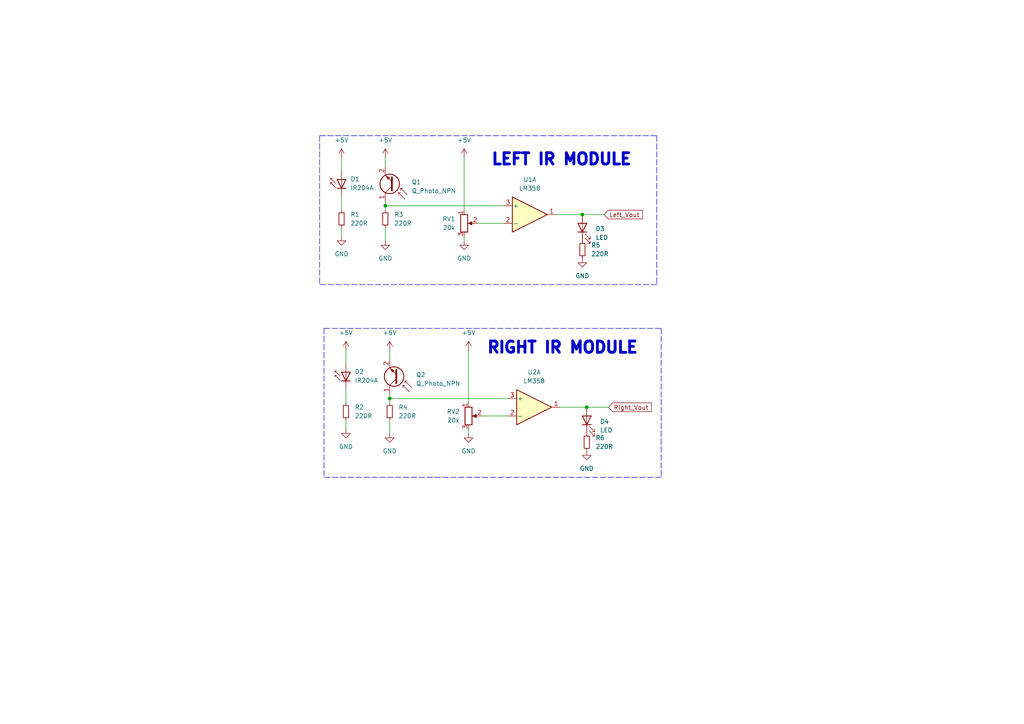
<source format=kicad_sch>
(kicad_sch (version 20211123) (generator eeschema)
  (paper "A4")
  (lib_symbols
    (symbol "Amplifier_Operational:LM358" (pin_names (offset 0.127))
      (property "Reference" "U" (at 0 5.08 0))
      (property "Value" "LM358" (at 0 -5.08 0))
      (symbol "LM358_1_1"
        (polyline (pts (xy -5.08 5.08) (xy 5.08 0) (xy -5.08 -5.08) (xy -5.08 5.08)) (stroke (width 0.254)) (fill (type background)))
        (pin output line (at 7.62 0 180) (length 2.54) (name "~") (number "1"))
        (pin input line (at -7.62 -2.54 0) (length 2.54) (name "-") (number "2"))
        (pin input line (at -7.62 2.54 0) (length 2.54) (name "+") (number "3"))
      )
      (symbol "LM358_2_1"
        (polyline (pts (xy -5.08 5.08) (xy 5.08 0) (xy -5.08 -5.08) (xy -5.08 5.08)) (stroke (width 0.254)) (fill (type background)))
        (pin input line (at -7.62 2.54 0) (length 2.54) (name "+") (number "5"))
        (pin input line (at -7.62 -2.54 0) (length 2.54) (name "-") (number "6"))
        (pin output line (at 7.62 0 180) (length 2.54) (name "~") (number "7"))
      )
      (symbol "LM358_3_1"
        (pin power_in line (at -2.54 -7.62 90) (length 3.81) (name "V-") (number "4"))
        (pin power_in line (at -2.54 7.62 270) (length 3.81) (name "V+") (number "8"))
      )
    )
    (symbol "Device:LED" (pin_numbers hide) (pin_names (offset 1.016) hide)
      (property "Reference" "D" (at 0 2.54 0))
      (property "Value" "LED" (at 0 -2.54 0))
      (symbol "LED_0_1"
        (polyline (pts (xy -1.27 -1.27) (xy -1.27 1.27)) (stroke (width 0.254)))
        (polyline (pts (xy -1.27 0) (xy 1.27 0)))
        (polyline (pts (xy 1.27 -1.27) (xy 1.27 1.27) (xy -1.27 0) (xy 1.27 -1.27)) (stroke (width 0.254)))
        (polyline (pts (xy -3.048 -0.762) (xy -4.572 -2.286) (xy -3.81 -2.286) (xy -4.572 -2.286) (xy -4.572 -1.524)))
        (polyline (pts (xy -1.778 -0.762) (xy -3.302 -2.286) (xy -2.54 -2.286) (xy -3.302 -2.286) (xy -3.302 -1.524)))
      )
      (symbol "LED_1_1"
        (pin passive line (at -3.81 0 0) (length 2.54) (name "K") (number "1"))
        (pin passive line (at 3.81 0 180) (length 2.54) (name "A") (number "2"))
      )
    )
    (symbol "Device:Q_Photo_NPN" (pin_names (offset 0) hide)
      (property "Reference" "Q" (at 5.08 1.27 0))
      (property "Value" "Q_Photo_NPN" (at 5.08 -1.27 0))
      (symbol "Q_Photo_NPN_0_1"
        (polyline (pts (xy -1.905 1.27) (xy -2.54 1.27)))
        (polyline (pts (xy -1.27 2.54) (xy -1.905 2.54)))
        (polyline (pts (xy 0.635 0.635) (xy 2.54 2.54)))
        (polyline (pts (xy -3.81 3.175) (xy -1.905 1.27) (xy -1.905 1.905)))
        (polyline (pts (xy -3.175 4.445) (xy -1.27 2.54) (xy -1.27 3.175)))
        (polyline (pts (xy 0.635 -0.635) (xy 2.54 -2.54) (xy 2.54 -2.54)))
        (polyline (pts (xy 0.635 1.905) (xy 0.635 -1.905) (xy 0.635 -1.905)) (stroke (width 0.508)))
        (polyline (pts (xy 1.27 -1.778) (xy 1.778 -1.27) (xy 2.286 -2.286) (xy 1.27 -1.778) (xy 1.27 -1.778)) (fill (type outline)))
        (circle (center 1.27 0) (radius 2.8194) (stroke (width 0.254)))
      )
      (symbol "Q_Photo_NPN_1_1"
        (pin passive line (at 2.54 5.08 270) (length 2.54) (name "C") (number "1"))
        (pin passive line (at 2.54 -5.08 90) (length 2.54) (name "E") (number "2"))
      )
    )
    (symbol "Device:R_Potentiometer" (pin_names (offset 1.016) hide)
      (property "Reference" "RV" (at -4.445 0 90))
      (property "Value" "R_Potentiometer" (at -2.54 0 90))
      (symbol "R_Potentiometer_0_1"
        (polyline (pts (xy 2.54 0) (xy 1.524 0)))
        (polyline (pts (xy 1.143 0) (xy 2.286 0.508) (xy 2.286 -0.508) (xy 1.143 0)) (fill (type outline)))
        (rectangle (start 1.016 2.54) (end -1.016 -2.54) (stroke (width 0.254)))
      )
      (symbol "R_Potentiometer_1_1"
        (pin passive line (at 0 3.81 270) (length 1.27) (name "1") (number "1"))
        (pin passive line (at 3.81 0 180) (length 1.27) (name "2") (number "2"))
        (pin passive line (at 0 -3.81 90) (length 1.27) (name "3") (number "3"))
      )
    )
    (symbol "Device:R_Small" (pin_numbers hide) (pin_names (offset 0.254) hide)
      (property "Reference" "R" (at 0.762 0.508 0))
      (property "Value" "R_Small" (at 0.762 -1.016 0))
      (symbol "R_Small_0_1"
        (rectangle (start -0.762 1.778) (end 0.762 -1.778) (stroke (width 0.2032)))
      )
      (symbol "R_Small_1_1"
        (pin passive line (at 0 2.54 270) (length 0.762) (name "~") (number "1"))
        (pin passive line (at 0 -2.54 90) (length 0.762) (name "~") (number "2"))
      )
    )
    (symbol "LED:IR204A" (pin_numbers hide) (pin_names (offset 1.016) hide)
      (property "Reference" "D" (at 0.508 1.778 0))
      (property "Value" "IR204A" (at -1.016 -2.794 0))
      (symbol "IR204A_0_1"
        (polyline (pts (xy -2.54 1.27) (xy -2.54 -1.27)) (stroke (width 0.254)))
        (polyline (pts (xy 0 0) (xy -2.54 0)))
        (polyline (pts (xy 0.381 3.175) (xy -0.127 3.175)))
        (polyline (pts (xy -1.143 1.651) (xy 0.381 3.175) (xy 0.381 2.667)))
        (polyline (pts (xy 0 1.27) (xy -2.54 0) (xy 0 -1.27) (xy 0 1.27)) (stroke (width 0.254)))
        (polyline (pts (xy -2.413 1.651) (xy -0.889 3.175) (xy -0.889 2.667) (xy -0.889 3.175) (xy -1.397 3.175)))
      )
      (symbol "IR204A_1_1"
        (pin passive line (at -5.08 0 0) (length 2.54) (name "K") (number "1"))
        (pin passive line (at 2.54 0 180) (length 2.54) (name "A") (number "2"))
      )
    )
    (symbol "power:+5V" (power) (pin_names (offset 0))
      (property "Value" "+5V" (at 0 3.556 0))
      (symbol "+5V_0_1"
        (polyline (pts (xy -0.762 1.27) (xy 0 2.54)))
        (polyline (pts (xy 0 0) (xy 0 2.54)))
        (polyline (pts (xy 0 2.54) (xy 0.762 1.27)))
      )
      (symbol "+5V_1_1"
        (pin power_in line (at 0 0 90) (length 0) hide (name "+5V") (number "1"))
      )
    )
    (symbol "power:GND" (power) (pin_names (offset 0))
      (property "Value" "GND" (at 0 -3.81 0))
      (symbol "GND_0_1"
        (polyline (pts (xy 0 0) (xy 0 -1.27) (xy 1.27 -1.27) (xy 0 -2.54) (xy -1.27 -1.27) (xy 0 -1.27)))
      )
      (symbol "GND_1_1"
        (pin power_in line (at 0 0 270) (length 0) hide (name "GND") (number "1"))
      )
    )
  )
  (junction (at 111.76 59.69))
  (junction (at 168.91 62.23))
  (junction (at 170.18 118.11))
  (junction (at 113.03 115.57))
  (wire (pts (xy 111.76 59.69) (xy 111.76 60.96)))
  (wire (pts (xy 111.76 59.69) (xy 146.05 59.69)))
  (wire (pts (xy 100.33 113.03) (xy 100.33 116.84)))
  (wire (pts (xy 111.76 66.04) (xy 111.76 69.85)))
  (wire (pts (xy 100.33 121.92) (xy 100.33 124.46)))
  (wire (pts (xy 134.62 45.72) (xy 134.62 60.96)))
  (wire (pts (xy 113.03 121.92) (xy 113.03 125.73)))
  (wire (pts (xy 135.89 124.46) (xy 135.89 125.73)))
  (wire (pts (xy 161.29 62.23) (xy 168.91 62.23)))
  (wire (pts (xy 111.76 58.42) (xy 111.76 59.69)))
  (polyline (pts (xy 190.5 39.37) (xy 190.5 82.55)))
  (polyline (pts (xy 93.98 95.25) (xy 93.98 138.43)))
  (wire (pts (xy 113.03 114.3) (xy 113.03 115.57)))
  (polyline (pts (xy 92.71 39.37) (xy 190.5 39.37)))
  (wire (pts (xy 138.43 64.77) (xy 146.05 64.77)))
  (wire (pts (xy 100.33 101.6) (xy 100.33 105.41)))
  (wire (pts (xy 139.7 120.65) (xy 147.32 120.65)))
  (wire (pts (xy 99.06 66.04) (xy 99.06 68.58)))
  (wire (pts (xy 134.62 68.58) (xy 134.62 69.85)))
  (wire (pts (xy 99.06 57.15) (xy 99.06 60.96)))
  (wire (pts (xy 162.56 118.11) (xy 170.18 118.11)))
  (wire (pts (xy 113.03 101.6) (xy 113.03 104.14)))
  (wire (pts (xy 168.91 62.23) (xy 175.26 62.23)))
  (wire (pts (xy 170.18 118.11) (xy 176.53 118.11)))
  (polyline (pts (xy 93.98 95.25) (xy 191.77 95.25)))
  (wire (pts (xy 111.76 45.72) (xy 111.76 48.26)))
  (wire (pts (xy 113.03 115.57) (xy 113.03 116.84)))
  (polyline (pts (xy 190.5 82.55) (xy 92.71 82.55)))
  (polyline (pts (xy 191.77 95.25) (xy 191.77 138.43)))
  (polyline (pts (xy 191.77 138.43) (xy 93.98 138.43)))
  (wire (pts (xy 113.03 115.57) (xy 147.32 115.57)))
  (wire (pts (xy 135.89 101.6) (xy 135.89 116.84)))
  (polyline (pts (xy 92.71 39.37) (xy 92.71 82.55)))
  (wire (pts (xy 99.06 45.72) (xy 99.06 49.53)))
  (text "LEFT IR MODULE\n" (at 142.24 48.26 0) (effects (font (size 3.27 3.27) (thickness 0.854) bold) (justify left bottom)))
  (text "RIGHT IR MODULE\n" (at 140.97 102.87 0) (effects (font (size 3.27 3.27) (thickness 0.854) bold) (justify left bottom)))
  (global_label "Right_Vout" (shape input) (at 176.53 118.11 0) (property "Intersheet References" "${INTERSHEET_REFS}" (effects hide)))
  (global_label "Left_Vout" (shape input) (at 175.26 62.23 0) (property "Intersheet References" "${INTERSHEET_REFS}" (effects hide)))
  (symbol (lib_id "Device:R_Small") (at 168.91 72.39 0) (unit 1)
    (property "Reference" "R5" (at 171.45 71.1199 0) (effects (justify left)))
    (property "Value" "220R" (at 171.45 73.6599 0) (effects (justify left)))
  )
  (symbol (lib_id "LED:IR204A") (at 99.06 52.07 90) (unit 1)
    (property "Reference" "D1" (at 101.6 51.9429 90) (effects (justify right)))
    (property "Value" "IR204A" (at 101.6 54.4829 90) (effects (justify right)))
    (property "Footprint" "LED_THT:LED_D3.0mm_IRBlack" (effects hide))
    (property "Datasheet" "http://www.everlight.com/file/ProductFile/IR204-A.pdf" (effects hide))
  )
  (symbol (lib_id "power:GND") (at 135.89 125.73 0) (unit 1)
    (property "Reference" "#PWR012" (effects hide))
    (property "Value" "GND" (at 135.89 130.81 0))
  )
  (symbol (lib_id "Device:LED") (at 168.91 66.04 90) (unit 1)
    (property "Reference" "D3" (at 172.72 66.3574 90) (effects (justify right)))
    (property "Value" "LED" (at 172.72 68.8974 90) (effects (justify right)))
  )
  (symbol (lib_id "Device:R_Potentiometer") (at 134.62 64.77 0) (unit 1)
    (property "Reference" "RV1" (at 132.08 63.4999 0) (effects (justify right)))
    (property "Value" "20k" (at 132.08 66.0399 0) (effects (justify right)))
  )
  (symbol (lib_id "power:GND") (at 113.03 125.73 0) (unit 1)
    (property "Reference" "#PWR08" (effects hide))
    (property "Value" "GND" (at 113.03 130.81 0))
  )
  (symbol (lib_id "Device:R_Small") (at 170.18 128.27 0) (unit 1)
    (property "Reference" "R6" (at 172.72 126.9999 0) (effects (justify left)))
    (property "Value" "220R" (at 172.72 129.5399 0) (effects (justify left)))
  )
  (symbol (lib_id "power:GND") (at 111.76 69.85 0) (unit 1)
    (property "Reference" "#PWR06" (effects hide))
    (property "Value" "GND" (at 111.76 74.93 0))
  )
  (symbol (lib_id "power:+5V") (at 113.03 101.6 0) (unit 1)
    (property "Reference" "#PWR07" (effects hide))
    (property "Value" "+5V" (at 113.03 96.52 0))
  )
  (symbol (lib_id "Device:R_Small") (at 100.33 119.38 0) (unit 1)
    (property "Reference" "R2" (at 102.87 118.1099 0) (effects (justify left)))
    (property "Value" "220R" (at 102.87 120.6499 0) (effects (justify left)))
  )
  (symbol (lib_id "Device:LED") (at 170.18 121.92 90) (unit 1)
    (property "Reference" "D4" (at 173.99 122.2374 90) (effects (justify right)))
    (property "Value" "LED" (at 173.99 124.7774 90) (effects (justify right)))
  )
  (symbol (lib_id "power:GND") (at 134.62 69.85 0) (unit 1)
    (property "Reference" "#PWR010" (effects hide))
    (property "Value" "GND" (at 134.62 74.93 0))
  )
  (symbol (lib_id "Device:R_Potentiometer") (at 135.89 120.65 0) (unit 1)
    (property "Reference" "RV2" (at 133.35 119.3799 0) (effects (justify right)))
    (property "Value" "20k" (at 133.35 121.9199 0) (effects (justify right)))
  )
  (symbol (lib_id "power:+5V") (at 99.06 45.72 0) (unit 1)
    (property "Reference" "#PWR01" (effects hide))
    (property "Value" "+5V" (at 99.06 40.64 0))
  )
  (symbol (lib_id "Device:R_Small") (at 111.76 63.5 0) (unit 1)
    (property "Reference" "R3" (at 114.3 62.2299 0) (effects (justify left)))
    (property "Value" "220R" (at 114.3 64.7699 0) (effects (justify left)))
  )
  (symbol (lib_id "Device:R_Small") (at 99.06 63.5 0) (unit 1)
    (property "Reference" "R1" (at 101.6 62.2299 0) (effects (justify left)))
    (property "Value" "220R" (at 101.6 64.7699 0) (effects (justify left)))
  )
  (symbol (lib_id "power:GND") (at 100.33 124.46 0) (unit 1)
    (property "Reference" "#PWR04" (effects hide))
    (property "Value" "GND" (at 100.33 129.54 0))
  )
  (symbol (lib_id "Device:R_Small") (at 113.03 119.38 0) (unit 1)
    (property "Reference" "R4" (at 115.57 118.1099 0) (effects (justify left)))
    (property "Value" "220R" (at 115.57 120.6499 0) (effects (justify left)))
  )
  (symbol (lib_id "Device:Q_Photo_NPN") (at 115.57 109.22 180) (unit 1)
    (property "Reference" "Q2" (at 120.65 108.6992 0) (effects (justify right)))
    (property "Value" "Q_Photo_NPN" (at 120.65 111.2392 0) (effects (justify right)))
  )
  (symbol (lib_id "Amplifier_Operational:LM358") (at 153.67 62.23 0) (unit 1)
    (property "Reference" "U1" (at 153.67 52.07 0))
    (property "Value" "LM358" (at 153.67 54.61 0))
    (property "Datasheet" "http://www.ti.com/lit/ds/symlink/lm2904-n.pdf" (effects hide))
  )
  (symbol (lib_id "power:GND") (at 99.06 68.58 0) (unit 1)
    (property "Reference" "#PWR02" (effects hide))
    (property "Value" "GND" (at 99.06 73.66 0))
  )
  (symbol (lib_id "power:+5V") (at 135.89 101.6 0) (unit 1)
    (property "Reference" "#PWR011" (effects hide))
    (property "Value" "+5V" (at 135.89 96.52 0))
  )
  (symbol (lib_id "power:GND") (at 168.91 74.93 0) (unit 1)
    (property "Reference" "#PWR013" (effects hide))
    (property "Value" "GND" (at 168.91 80.01 0))
  )
  (symbol (lib_id "power:+5V") (at 134.62 45.72 0) (unit 1)
    (property "Reference" "#PWR09" (effects hide))
    (property "Value" "+5V" (at 134.62 40.64 0))
  )
  (symbol (lib_id "Amplifier_Operational:LM358") (at 154.94 118.11 0) (unit 1)
    (property "Reference" "U2" (at 154.94 107.95 0))
    (property "Value" "LM358" (at 154.94 110.49 0))
    (property "Datasheet" "http://www.ti.com/lit/ds/symlink/lm2904-n.pdf" (effects hide))
  )
  (symbol (lib_id "power:GND") (at 170.18 130.81 0) (unit 1)
    (property "Reference" "#PWR014" (effects hide))
    (property "Value" "GND" (at 170.18 135.89 0))
  )
  (symbol (lib_id "Device:Q_Photo_NPN") (at 114.3 53.34 180) (unit 1)
    (property "Reference" "Q1" (at 119.38 52.8192 0) (effects (justify right)))
    (property "Value" "Q_Photo_NPN" (at 119.38 55.3592 0) (effects (justify right)))
  )
  (symbol (lib_id "LED:IR204A") (at 100.33 107.95 90) (unit 1)
    (property "Reference" "D2" (at 102.87 107.8229 90) (effects (justify right)))
    (property "Value" "IR204A" (at 102.87 110.3629 90) (effects (justify right)))
    (property "Footprint" "LED_THT:LED_D3.0mm_IRBlack" (effects hide))
    (property "Datasheet" "http://www.everlight.com/file/ProductFile/IR204-A.pdf" (effects hide))
  )
  (symbol (lib_id "power:+5V") (at 111.76 45.72 0) (unit 1)
    (property "Reference" "#PWR05" (effects hide))
    (property "Value" "+5V" (at 111.76 40.64 0))
  )
  (symbol (lib_id "power:+5V") (at 100.33 101.6 0) (unit 1)
    (property "Reference" "#PWR03" (effects hide))
    (property "Value" "+5V" (at 100.33 96.52 0))
  )
)
</source>
